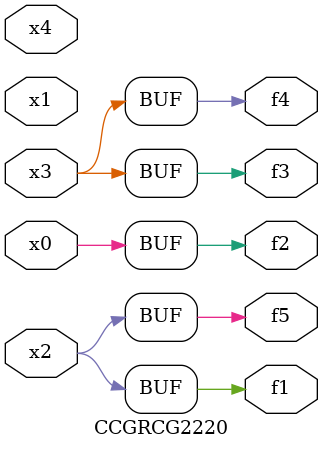
<source format=v>
module CCGRCG2220(
	input x0, x1, x2, x3, x4,
	output f1, f2, f3, f4, f5
);
	assign f1 = x2;
	assign f2 = x0;
	assign f3 = x3;
	assign f4 = x3;
	assign f5 = x2;
endmodule

</source>
